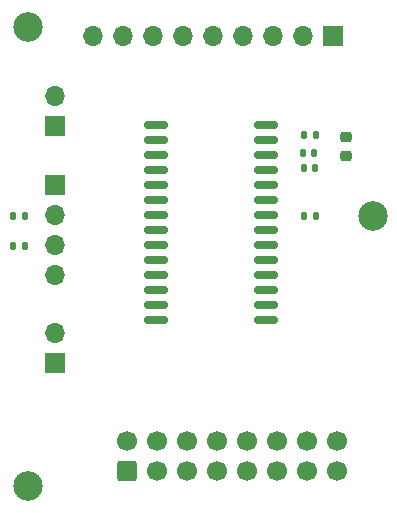
<source format=gbr>
%TF.GenerationSoftware,KiCad,Pcbnew,(6.0.0)*%
%TF.CreationDate,2022-01-19T10:56:36+01:00*%
%TF.ProjectId,CH423_ev_routed,43483432-335f-4657-965f-726f75746564,rev?*%
%TF.SameCoordinates,Original*%
%TF.FileFunction,Soldermask,Top*%
%TF.FilePolarity,Negative*%
%FSLAX46Y46*%
G04 Gerber Fmt 4.6, Leading zero omitted, Abs format (unit mm)*
G04 Created by KiCad (PCBNEW (6.0.0)) date 2022-01-19 10:56:36*
%MOMM*%
%LPD*%
G01*
G04 APERTURE LIST*
G04 Aperture macros list*
%AMRoundRect*
0 Rectangle with rounded corners*
0 $1 Rounding radius*
0 $2 $3 $4 $5 $6 $7 $8 $9 X,Y pos of 4 corners*
0 Add a 4 corners polygon primitive as box body*
4,1,4,$2,$3,$4,$5,$6,$7,$8,$9,$2,$3,0*
0 Add four circle primitives for the rounded corners*
1,1,$1+$1,$2,$3*
1,1,$1+$1,$4,$5*
1,1,$1+$1,$6,$7*
1,1,$1+$1,$8,$9*
0 Add four rect primitives between the rounded corners*
20,1,$1+$1,$2,$3,$4,$5,0*
20,1,$1+$1,$4,$5,$6,$7,0*
20,1,$1+$1,$6,$7,$8,$9,0*
20,1,$1+$1,$8,$9,$2,$3,0*%
G04 Aperture macros list end*
%ADD10RoundRect,0.135000X0.135000X0.185000X-0.135000X0.185000X-0.135000X-0.185000X0.135000X-0.185000X0*%
%ADD11R,1.700000X1.700000*%
%ADD12O,1.700000X1.700000*%
%ADD13C,2.500000*%
%ADD14RoundRect,0.140000X-0.140000X-0.170000X0.140000X-0.170000X0.140000X0.170000X-0.140000X0.170000X0*%
%ADD15RoundRect,0.218750X0.256250X-0.218750X0.256250X0.218750X-0.256250X0.218750X-0.256250X-0.218750X0*%
%ADD16RoundRect,0.250000X0.600000X-0.600000X0.600000X0.600000X-0.600000X0.600000X-0.600000X-0.600000X0*%
%ADD17C,1.700000*%
%ADD18RoundRect,0.150000X-0.875000X-0.150000X0.875000X-0.150000X0.875000X0.150000X-0.875000X0.150000X0*%
%ADD19RoundRect,0.135000X-0.135000X-0.185000X0.135000X-0.185000X0.135000X0.185000X-0.135000X0.185000X0*%
G04 APERTURE END LIST*
D10*
X118110000Y-61214000D03*
X117090000Y-61214000D03*
D11*
X96012000Y-65415000D03*
D12*
X96012000Y-67955000D03*
X96012000Y-70495000D03*
X96012000Y-73035000D03*
D13*
X93726000Y-90932000D03*
X93726000Y-52070000D03*
D14*
X117094000Y-64008000D03*
X118054000Y-64008000D03*
D11*
X96012000Y-80518000D03*
D12*
X96012000Y-77978000D03*
D11*
X96012000Y-60452000D03*
D12*
X96012000Y-57912000D03*
D15*
X120650000Y-62992000D03*
X120650000Y-61417000D03*
D16*
X102108000Y-89652500D03*
D17*
X102108000Y-87112500D03*
X104648000Y-89652500D03*
X104648000Y-87112500D03*
X107188000Y-89652500D03*
X107188000Y-87112500D03*
X109728000Y-89652500D03*
X109728000Y-87112500D03*
X112268000Y-89652500D03*
X112268000Y-87112500D03*
X114808000Y-89652500D03*
X114808000Y-87112500D03*
X117348000Y-89652500D03*
X117348000Y-87112500D03*
X119888000Y-89652500D03*
X119888000Y-87112500D03*
D13*
X122936000Y-68072000D03*
D10*
X93476000Y-68062000D03*
X92456000Y-68062000D03*
D11*
X119619000Y-52832000D03*
D12*
X117079000Y-52832000D03*
X114539000Y-52832000D03*
X111999000Y-52832000D03*
X109459000Y-52832000D03*
X106919000Y-52832000D03*
X104379000Y-52832000D03*
X101839000Y-52832000D03*
X99299000Y-52832000D03*
D10*
X93474000Y-70602000D03*
X92454000Y-70602000D03*
D18*
X104570000Y-60325000D03*
X104570000Y-61595000D03*
X104570000Y-62865000D03*
X104570000Y-64135000D03*
X104570000Y-65405000D03*
X104570000Y-66675000D03*
X104570000Y-67945000D03*
X104570000Y-69215000D03*
X104570000Y-70485000D03*
X104570000Y-71755000D03*
X104570000Y-73025000D03*
X104570000Y-74295000D03*
X104570000Y-75565000D03*
X104570000Y-76835000D03*
X113870000Y-76835000D03*
X113870000Y-75565000D03*
X113870000Y-74295000D03*
X113870000Y-73025000D03*
X113870000Y-71755000D03*
X113870000Y-70485000D03*
X113870000Y-69215000D03*
X113870000Y-67945000D03*
X113870000Y-66675000D03*
X113870000Y-65405000D03*
X113870000Y-64135000D03*
X113870000Y-62865000D03*
X113870000Y-61595000D03*
X113870000Y-60325000D03*
D19*
X117090000Y-68072000D03*
X118110000Y-68072000D03*
D14*
X117038000Y-62734000D03*
X117998000Y-62734000D03*
M02*

</source>
